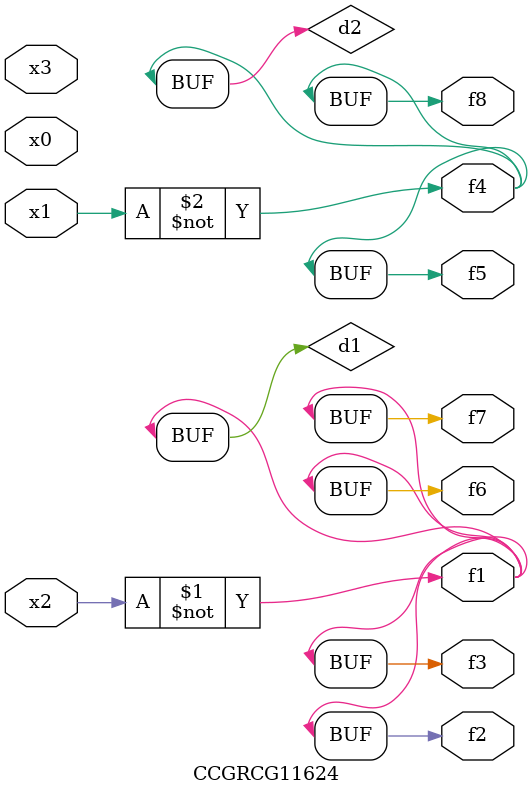
<source format=v>
module CCGRCG11624(
	input x0, x1, x2, x3,
	output f1, f2, f3, f4, f5, f6, f7, f8
);

	wire d1, d2;

	xnor (d1, x2);
	not (d2, x1);
	assign f1 = d1;
	assign f2 = d1;
	assign f3 = d1;
	assign f4 = d2;
	assign f5 = d2;
	assign f6 = d1;
	assign f7 = d1;
	assign f8 = d2;
endmodule

</source>
